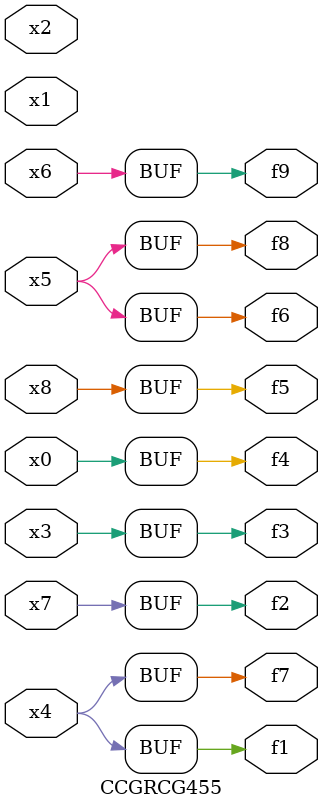
<source format=v>
module CCGRCG455(
	input x0, x1, x2, x3, x4, x5, x6, x7, x8,
	output f1, f2, f3, f4, f5, f6, f7, f8, f9
);
	assign f1 = x4;
	assign f2 = x7;
	assign f3 = x3;
	assign f4 = x0;
	assign f5 = x8;
	assign f6 = x5;
	assign f7 = x4;
	assign f8 = x5;
	assign f9 = x6;
endmodule

</source>
